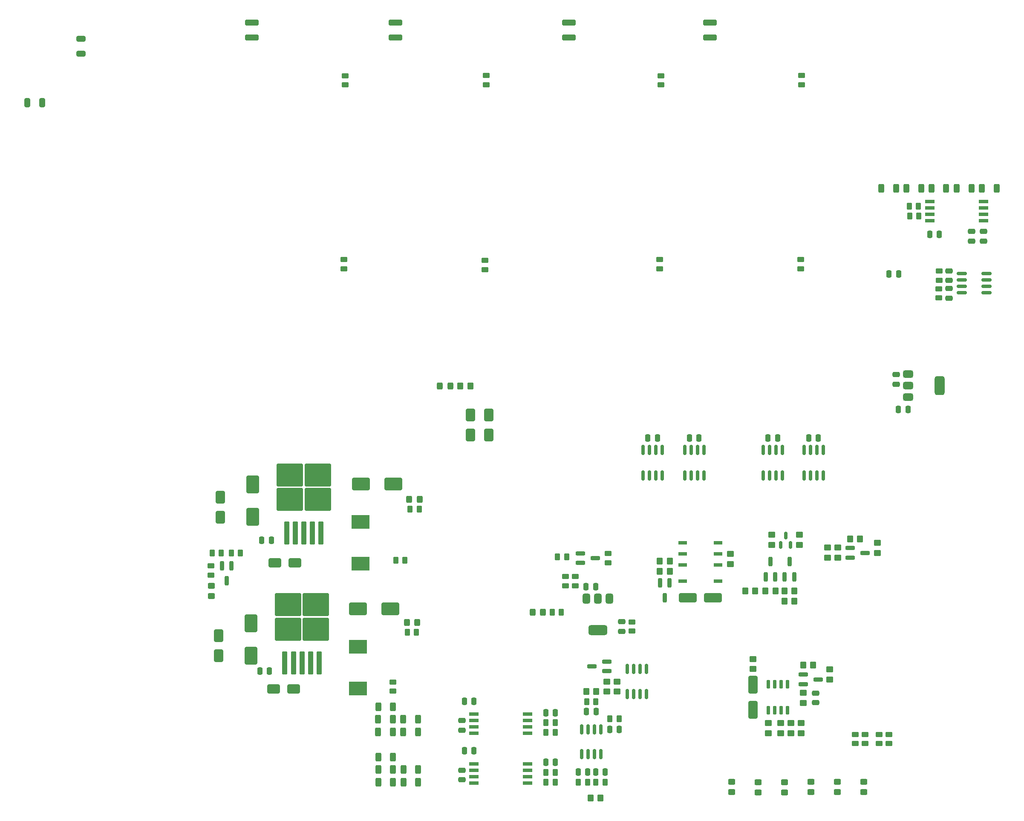
<source format=gtp>
%TF.GenerationSoftware,KiCad,Pcbnew,9.0.2*%
%TF.CreationDate,2025-12-27T14:45:28+07:00*%
%TF.ProjectId,Controller48V,436f6e74-726f-46c6-9c65-723438562e6b,rev?*%
%TF.SameCoordinates,Original*%
%TF.FileFunction,Paste,Top*%
%TF.FilePolarity,Positive*%
%FSLAX46Y46*%
G04 Gerber Fmt 4.6, Leading zero omitted, Abs format (unit mm)*
G04 Created by KiCad (PCBNEW 9.0.2) date 2025-12-27 14:45:28*
%MOMM*%
%LPD*%
G01*
G04 APERTURE LIST*
G04 Aperture macros list*
%AMRoundRect*
0 Rectangle with rounded corners*
0 $1 Rounding radius*
0 $2 $3 $4 $5 $6 $7 $8 $9 X,Y pos of 4 corners*
0 Add a 4 corners polygon primitive as box body*
4,1,4,$2,$3,$4,$5,$6,$7,$8,$9,$2,$3,0*
0 Add four circle primitives for the rounded corners*
1,1,$1+$1,$2,$3*
1,1,$1+$1,$4,$5*
1,1,$1+$1,$6,$7*
1,1,$1+$1,$8,$9*
0 Add four rect primitives between the rounded corners*
20,1,$1+$1,$2,$3,$4,$5,0*
20,1,$1+$1,$4,$5,$6,$7,0*
20,1,$1+$1,$6,$7,$8,$9,0*
20,1,$1+$1,$8,$9,$2,$3,0*%
G04 Aperture macros list end*
%ADD10RoundRect,0.250000X0.350000X0.450000X-0.350000X0.450000X-0.350000X-0.450000X0.350000X-0.450000X0*%
%ADD11RoundRect,0.250000X-0.450000X0.350000X-0.450000X-0.350000X0.450000X-0.350000X0.450000X0.350000X0*%
%ADD12RoundRect,0.250000X-0.312500X-0.625000X0.312500X-0.625000X0.312500X0.625000X-0.312500X0.625000X0*%
%ADD13RoundRect,0.250000X1.000000X0.650000X-1.000000X0.650000X-1.000000X-0.650000X1.000000X-0.650000X0*%
%ADD14R,1.905000X0.640000*%
%ADD15RoundRect,0.250000X-0.325000X-0.450000X0.325000X-0.450000X0.325000X0.450000X-0.325000X0.450000X0*%
%ADD16RoundRect,0.250000X0.450000X-0.262500X0.450000X0.262500X-0.450000X0.262500X-0.450000X-0.262500X0*%
%ADD17RoundRect,0.250000X-0.262500X-0.450000X0.262500X-0.450000X0.262500X0.450000X-0.262500X0.450000X0*%
%ADD18RoundRect,0.150000X0.150000X-0.825000X0.150000X0.825000X-0.150000X0.825000X-0.150000X-0.825000X0*%
%ADD19RoundRect,0.250000X0.450000X-0.350000X0.450000X0.350000X-0.450000X0.350000X-0.450000X-0.350000X0*%
%ADD20R,3.600000X2.700000*%
%ADD21RoundRect,0.250000X0.475000X-0.250000X0.475000X0.250000X-0.475000X0.250000X-0.475000X-0.250000X0*%
%ADD22RoundRect,0.250000X-1.500000X-1.000000X1.500000X-1.000000X1.500000X1.000000X-1.500000X1.000000X0*%
%ADD23RoundRect,0.250000X1.500000X0.650000X-1.500000X0.650000X-1.500000X-0.650000X1.500000X-0.650000X0*%
%ADD24RoundRect,0.250000X0.250000X0.475000X-0.250000X0.475000X-0.250000X-0.475000X0.250000X-0.475000X0*%
%ADD25RoundRect,0.200000X-0.750000X-0.200000X0.750000X-0.200000X0.750000X0.200000X-0.750000X0.200000X0*%
%ADD26RoundRect,0.250000X-0.250000X-0.475000X0.250000X-0.475000X0.250000X0.475000X-0.250000X0.475000X0*%
%ADD27R,1.800000X0.800000*%
%ADD28RoundRect,0.250000X0.450000X-0.325000X0.450000X0.325000X-0.450000X0.325000X-0.450000X-0.325000X0*%
%ADD29RoundRect,0.250000X-0.650000X1.000000X-0.650000X-1.000000X0.650000X-1.000000X0.650000X1.000000X0*%
%ADD30RoundRect,0.250000X-0.650000X0.325000X-0.650000X-0.325000X0.650000X-0.325000X0.650000X0.325000X0*%
%ADD31RoundRect,0.250000X-0.475000X0.250000X-0.475000X-0.250000X0.475000X-0.250000X0.475000X0.250000X0*%
%ADD32RoundRect,0.250000X0.262500X0.450000X-0.262500X0.450000X-0.262500X-0.450000X0.262500X-0.450000X0*%
%ADD33RoundRect,0.250000X-0.350000X-0.450000X0.350000X-0.450000X0.350000X0.450000X-0.350000X0.450000X0*%
%ADD34RoundRect,0.250000X-0.450000X0.262500X-0.450000X-0.262500X0.450000X-0.262500X0.450000X0.262500X0*%
%ADD35RoundRect,0.250000X0.650000X-1.500000X0.650000X1.500000X-0.650000X1.500000X-0.650000X-1.500000X0*%
%ADD36RoundRect,0.250000X2.375000X-2.025000X2.375000X2.025000X-2.375000X2.025000X-2.375000X-2.025000X0*%
%ADD37RoundRect,0.250000X0.300000X-2.050000X0.300000X2.050000X-0.300000X2.050000X-0.300000X-2.050000X0*%
%ADD38RoundRect,0.375000X-0.625000X-0.375000X0.625000X-0.375000X0.625000X0.375000X-0.625000X0.375000X0*%
%ADD39RoundRect,0.500000X-0.500000X-1.400000X0.500000X-1.400000X0.500000X1.400000X-0.500000X1.400000X0*%
%ADD40RoundRect,0.162500X0.162500X-0.825000X0.162500X0.825000X-0.162500X0.825000X-0.162500X-0.825000X0*%
%ADD41RoundRect,0.200000X-0.200000X0.750000X-0.200000X-0.750000X0.200000X-0.750000X0.200000X0.750000X0*%
%ADD42RoundRect,0.200000X0.750000X0.200000X-0.750000X0.200000X-0.750000X-0.200000X0.750000X-0.200000X0*%
%ADD43RoundRect,0.200000X0.200000X-0.750000X0.200000X0.750000X-0.200000X0.750000X-0.200000X-0.750000X0*%
%ADD44RoundRect,0.375000X-0.375000X0.625000X-0.375000X-0.625000X0.375000X-0.625000X0.375000X0.625000X0*%
%ADD45RoundRect,0.500000X-1.400000X0.500000X-1.400000X-0.500000X1.400000X-0.500000X1.400000X0.500000X0*%
%ADD46RoundRect,0.250000X1.100000X-0.325000X1.100000X0.325000X-1.100000X0.325000X-1.100000X-0.325000X0*%
%ADD47RoundRect,0.250000X0.312500X0.625000X-0.312500X0.625000X-0.312500X-0.625000X0.312500X-0.625000X0*%
%ADD48RoundRect,0.250000X0.650000X-1.000000X0.650000X1.000000X-0.650000X1.000000X-0.650000X-1.000000X0*%
%ADD49RoundRect,0.250000X1.000000X-1.500000X1.000000X1.500000X-1.000000X1.500000X-1.000000X-1.500000X0*%
%ADD50RoundRect,0.250000X-0.325000X-0.650000X0.325000X-0.650000X0.325000X0.650000X-0.325000X0.650000X0*%
%ADD51RoundRect,0.150000X0.150000X-0.725000X0.150000X0.725000X-0.150000X0.725000X-0.150000X-0.725000X0*%
%ADD52RoundRect,0.150000X0.150000X-0.587500X0.150000X0.587500X-0.150000X0.587500X-0.150000X-0.587500X0*%
%ADD53RoundRect,0.150000X-0.825000X-0.150000X0.825000X-0.150000X0.825000X0.150000X-0.825000X0.150000X0*%
G04 APERTURE END LIST*
D10*
%TO.C,R61*%
X215365929Y-139246915D03*
X213365929Y-139246915D03*
%TD*%
D11*
%TO.C,R66*%
X267073857Y-172631192D03*
X267073857Y-174631192D03*
%TD*%
D12*
%TO.C,R42*%
X202037500Y-208000000D03*
X204962500Y-208000000D03*
%TD*%
D13*
%TO.C,D14*%
X180273857Y-199479922D03*
X176273857Y-199479922D03*
%TD*%
D14*
%TO.C,U18*%
X216070744Y-204482927D03*
X216070744Y-205752927D03*
X216070744Y-207022927D03*
X216070744Y-208292927D03*
X226765744Y-208292927D03*
X226765744Y-207022927D03*
X226765744Y-205752927D03*
X226765744Y-204482927D03*
%TD*%
D15*
%TO.C,D16*%
X202773857Y-186229922D03*
X204823857Y-186229922D03*
%TD*%
D12*
%TO.C,R38*%
X197075000Y-218000000D03*
X200000000Y-218000000D03*
%TD*%
D16*
%TO.C,R18*%
X190283533Y-115947723D03*
X190283533Y-114122723D03*
%TD*%
D17*
%TO.C,R102*%
X236843722Y-217983279D03*
X238668722Y-217983279D03*
%TD*%
D18*
%TO.C,U9*%
X246595000Y-200475000D03*
X247865000Y-200475000D03*
X249135000Y-200475000D03*
X250405000Y-200475000D03*
X250405000Y-195525000D03*
X249135000Y-195525000D03*
X247865000Y-195525000D03*
X246595000Y-195525000D03*
%TD*%
D19*
%TO.C,R62*%
X281073857Y-208278669D03*
X281073857Y-206278669D03*
%TD*%
D16*
%TO.C,R10*%
X281033533Y-115947723D03*
X281033533Y-114122723D03*
%TD*%
D12*
%TO.C,R43*%
X202037500Y-205500000D03*
X204962500Y-205500000D03*
%TD*%
D20*
%TO.C,L1*%
X193550000Y-174575000D03*
X193550000Y-166275000D03*
%TD*%
D12*
%TO.C,R33*%
X197075000Y-203000000D03*
X200000000Y-203000000D03*
%TD*%
D19*
%TO.C,R55*%
X286806883Y-197583469D03*
X286806883Y-195583469D03*
%TD*%
D21*
%TO.C,C59*%
X310475000Y-121815000D03*
X310475000Y-119915000D03*
%TD*%
D14*
%TO.C,U21*%
X317347500Y-106405000D03*
X317347500Y-105135000D03*
X317347500Y-103865000D03*
X317347500Y-102595000D03*
X306652500Y-102595000D03*
X306652500Y-103865000D03*
X306652500Y-105135000D03*
X306652500Y-106405000D03*
%TD*%
D11*
%TO.C,R60*%
X296250000Y-170425000D03*
X296250000Y-172425000D03*
%TD*%
D22*
%TO.C,C28*%
X193023857Y-183579922D03*
X199523857Y-183579922D03*
%TD*%
D23*
%TO.C,D30*%
X263573857Y-181350000D03*
X258573857Y-181350000D03*
%TD*%
D24*
%TO.C,C67*%
X216086187Y-211766366D03*
X214186187Y-211766366D03*
%TD*%
D16*
%TO.C,R24*%
X218283533Y-116147723D03*
X218283533Y-114322723D03*
%TD*%
D25*
%TO.C,Q10*%
X281500000Y-196628669D03*
X281500000Y-198528669D03*
X284500000Y-197578669D03*
%TD*%
D26*
%TO.C,C69*%
X236801962Y-215983278D03*
X238701962Y-215983278D03*
%TD*%
D27*
%TO.C,K3*%
X264573857Y-178050000D03*
X264573857Y-174850000D03*
X264573857Y-172650000D03*
X264573857Y-170450000D03*
X257573857Y-170450000D03*
X257573857Y-172650000D03*
X257573857Y-174850000D03*
X257573857Y-178050000D03*
%TD*%
D16*
%TO.C,R30*%
X247500000Y-187962500D03*
X247500000Y-186137500D03*
%TD*%
D28*
%TO.C,D18*%
X267323857Y-219975000D03*
X267323857Y-217925000D03*
%TD*%
D29*
%TO.C,D24*%
X219000000Y-145000000D03*
X219000000Y-149000000D03*
%TD*%
D30*
%TO.C,C25*%
X138014344Y-70309828D03*
X138014344Y-73259828D03*
%TD*%
D25*
%TO.C,Q17*%
X237250000Y-172550000D03*
X237250000Y-174450000D03*
X240250000Y-173500000D03*
%TD*%
D31*
%TO.C,C55*%
X315000000Y-108550000D03*
X315000000Y-110450000D03*
%TD*%
D19*
%TO.C,R53*%
X271573857Y-195528669D03*
X271573857Y-193528669D03*
%TD*%
D32*
%TO.C,R36*%
X169705459Y-172500000D03*
X167880459Y-172500000D03*
%TD*%
D31*
%TO.C,C35*%
X245500000Y-186100000D03*
X245500000Y-188000000D03*
%TD*%
D33*
%TO.C,R64*%
X253000000Y-174034861D03*
X255000000Y-174034861D03*
%TD*%
D26*
%TO.C,C14*%
X274540000Y-149597780D03*
X276440000Y-149597780D03*
%TD*%
D34*
%TO.C,R79*%
X293823857Y-208500000D03*
X293823857Y-210325000D03*
%TD*%
D31*
%TO.C,C56*%
X317344152Y-108558393D03*
X317344152Y-110458393D03*
%TD*%
D16*
%TO.C,R52*%
X236250000Y-178961889D03*
X236250000Y-177136889D03*
%TD*%
D12*
%TO.C,R9*%
X312037500Y-100000000D03*
X314962500Y-100000000D03*
%TD*%
D32*
%TO.C,R99*%
X232241839Y-216053682D03*
X230416839Y-216053682D03*
%TD*%
D35*
%TO.C,D26*%
X271573857Y-203603669D03*
X271573857Y-198603669D03*
%TD*%
D28*
%TO.C,D25*%
X293573857Y-219975000D03*
X293573857Y-217925000D03*
%TD*%
D15*
%TO.C,D15*%
X203235000Y-161775000D03*
X205285000Y-161775000D03*
%TD*%
D32*
%TO.C,R100*%
X232241839Y-218016743D03*
X230416839Y-218016743D03*
%TD*%
D36*
%TO.C,U4*%
X179525000Y-161775000D03*
X185075000Y-161775000D03*
X179525000Y-156925000D03*
X185075000Y-156925000D03*
D37*
X178900000Y-168500000D03*
X180600000Y-168500000D03*
X182300000Y-168500000D03*
X184000000Y-168500000D03*
X185700000Y-168500000D03*
%TD*%
D38*
%TO.C,U3*%
X302350000Y-136908841D03*
X302350000Y-139208841D03*
D39*
X308650000Y-139208841D03*
D38*
X302350000Y-141508841D03*
%TD*%
D22*
%TO.C,C27*%
X193600000Y-158775000D03*
X200100000Y-158775000D03*
%TD*%
D32*
%TO.C,R50*%
X234500000Y-173237371D03*
X232675000Y-173237371D03*
%TD*%
D28*
%TO.C,D20*%
X163884509Y-181025000D03*
X163884509Y-178975000D03*
%TD*%
D24*
%TO.C,C70*%
X242158823Y-215982667D03*
X240258823Y-215982667D03*
%TD*%
D28*
%TO.C,D29*%
X277823857Y-220025000D03*
X277823857Y-217975000D03*
%TD*%
D32*
%TO.C,R95*%
X232242085Y-208121877D03*
X230417085Y-208121877D03*
%TD*%
D12*
%TO.C,R40*%
X202075000Y-218000000D03*
X205000000Y-218000000D03*
%TD*%
D40*
%TO.C,U2*%
X249687099Y-157037500D03*
X250957099Y-157037500D03*
X252227099Y-157037500D03*
X253497099Y-157037500D03*
X253497099Y-151962500D03*
X252227099Y-151962500D03*
X250957099Y-151962500D03*
X249687099Y-151962500D03*
%TD*%
D34*
%TO.C,R76*%
X296573857Y-208500000D03*
X296573857Y-210325000D03*
%TD*%
D33*
%TO.C,R59*%
X290823857Y-169625000D03*
X292823857Y-169625000D03*
%TD*%
D12*
%TO.C,R1*%
X297037500Y-100000000D03*
X299962500Y-100000000D03*
%TD*%
D17*
%TO.C,R28*%
X202861357Y-188201253D03*
X204686357Y-188201253D03*
%TD*%
D18*
%TO.C,U25*%
X237500000Y-212450000D03*
X238770000Y-212450000D03*
X240040000Y-212450000D03*
X241310000Y-212450000D03*
X241310000Y-207500000D03*
X240040000Y-207500000D03*
X238770000Y-207500000D03*
X237500000Y-207500000D03*
%TD*%
D16*
%TO.C,R8*%
X281217482Y-79387891D03*
X281217482Y-77562891D03*
%TD*%
D33*
%TO.C,R46*%
X238416337Y-200000000D03*
X240416337Y-200000000D03*
%TD*%
D26*
%TO.C,C15*%
X282630000Y-149597780D03*
X284530000Y-149597780D03*
%TD*%
D32*
%TO.C,R96*%
X244920768Y-205421424D03*
X243095768Y-205421424D03*
%TD*%
D26*
%TO.C,C13*%
X250635000Y-149597780D03*
X252535000Y-149597780D03*
%TD*%
D41*
%TO.C,Q9*%
X167900964Y-175000000D03*
X166000964Y-175000000D03*
X166950964Y-178000000D03*
%TD*%
D15*
%TO.C,D27*%
X209340929Y-139246915D03*
X211390929Y-139246915D03*
%TD*%
D19*
%TO.C,R57*%
X288373857Y-173375000D03*
X288373857Y-171375000D03*
%TD*%
D42*
%TO.C,Q16*%
X242500000Y-195950000D03*
X242500000Y-194050000D03*
X239500000Y-195000000D03*
%TD*%
D19*
%TO.C,R74*%
X280723857Y-170857500D03*
X280723857Y-168857500D03*
%TD*%
D16*
%TO.C,R26*%
X200023857Y-199904922D03*
X200023857Y-198079922D03*
%TD*%
%TO.C,R80*%
X291823857Y-210325000D03*
X291823857Y-208500000D03*
%TD*%
D43*
%TO.C,Q14*%
X277825000Y-177175000D03*
X279725000Y-177175000D03*
X278775000Y-174175000D03*
%TD*%
D44*
%TO.C,U6*%
X243000000Y-181500000D03*
X240700000Y-181500000D03*
D45*
X240700000Y-187800000D03*
D44*
X238400000Y-181500000D03*
%TD*%
D16*
%TO.C,R44*%
X163872892Y-176854665D03*
X163872892Y-175029665D03*
%TD*%
%TO.C,R2*%
X253217482Y-79437891D03*
X253217482Y-77612891D03*
%TD*%
D31*
%TO.C,C51*%
X213700967Y-205757734D03*
X213700967Y-207657734D03*
%TD*%
D46*
%TO.C,C3*%
X200500000Y-69975000D03*
X200500000Y-67025000D03*
%TD*%
D24*
%TO.C,C34*%
X240254127Y-179153346D03*
X238354127Y-179153346D03*
%TD*%
D40*
%TO.C,U10*%
X257967099Y-157037500D03*
X259237099Y-157037500D03*
X260507099Y-157037500D03*
X261777099Y-157037500D03*
X261777099Y-151962500D03*
X260507099Y-151962500D03*
X259237099Y-151962500D03*
X257967099Y-151962500D03*
%TD*%
D31*
%TO.C,C66*%
X213697500Y-215644203D03*
X213697500Y-217544203D03*
%TD*%
D10*
%TO.C,R70*%
X272000000Y-180000000D03*
X270000000Y-180000000D03*
%TD*%
D20*
%TO.C,L2*%
X193023857Y-199379922D03*
X193023857Y-191079922D03*
%TD*%
D31*
%TO.C,C17*%
X300000000Y-137008841D03*
X300000000Y-138908841D03*
%TD*%
D46*
%TO.C,C10*%
X263000000Y-69975000D03*
X263000000Y-67025000D03*
%TD*%
D11*
%TO.C,R72*%
X275223857Y-168857500D03*
X275223857Y-170857500D03*
%TD*%
D10*
%TO.C,R69*%
X279773857Y-180000000D03*
X277773857Y-180000000D03*
%TD*%
D11*
%TO.C,R73*%
X274573857Y-206278669D03*
X274573857Y-208278669D03*
%TD*%
D12*
%TO.C,R7*%
X307000000Y-100000000D03*
X309925000Y-100000000D03*
%TD*%
D47*
%TO.C,R15*%
X319962500Y-100000000D03*
X317037500Y-100000000D03*
%TD*%
D24*
%TO.C,C68*%
X232279339Y-214064250D03*
X230379339Y-214064250D03*
%TD*%
D17*
%TO.C,R37*%
X164087500Y-172500000D03*
X165912500Y-172500000D03*
%TD*%
D48*
%TO.C,D12*%
X165323857Y-192904998D03*
X165323857Y-188904998D03*
%TD*%
D26*
%TO.C,C73*%
X238462500Y-203986009D03*
X240362500Y-203986009D03*
%TD*%
D24*
%TO.C,C57*%
X308549536Y-109135000D03*
X306649536Y-109135000D03*
%TD*%
D33*
%TO.C,R71*%
X277773857Y-182000000D03*
X279773857Y-182000000D03*
%TD*%
D17*
%TO.C,R97*%
X238500000Y-202000000D03*
X240325000Y-202000000D03*
%TD*%
D16*
%TO.C,R16*%
X218500000Y-79391169D03*
X218500000Y-77566169D03*
%TD*%
D19*
%TO.C,R65*%
X277073857Y-208278669D03*
X277073857Y-206278669D03*
%TD*%
D24*
%TO.C,C45*%
X300450000Y-117000000D03*
X298550000Y-117000000D03*
%TD*%
D12*
%TO.C,R39*%
X197037500Y-208000000D03*
X199962500Y-208000000D03*
%TD*%
D33*
%TO.C,R67*%
X253000000Y-176129561D03*
X255000000Y-176129561D03*
%TD*%
D40*
%TO.C,U12*%
X273585000Y-157037500D03*
X274855000Y-157037500D03*
X276125000Y-157037500D03*
X277395000Y-157037500D03*
X277395000Y-151962500D03*
X276125000Y-151962500D03*
X274855000Y-151962500D03*
X273585000Y-151962500D03*
%TD*%
D31*
%TO.C,C58*%
X310475000Y-116415000D03*
X310475000Y-118315000D03*
%TD*%
D48*
%TO.C,D11*%
X165670969Y-165333753D03*
X165670969Y-161333753D03*
%TD*%
D16*
%TO.C,R87*%
X308475000Y-121777500D03*
X308475000Y-119952500D03*
%TD*%
D24*
%TO.C,C24*%
X175473857Y-195904922D03*
X173573857Y-195904922D03*
%TD*%
D16*
%TO.C,R51*%
X234259788Y-178954646D03*
X234259788Y-177129646D03*
%TD*%
D49*
%TO.C,C22*%
X171773857Y-192904922D03*
X171773857Y-186404922D03*
%TD*%
D24*
%TO.C,C71*%
X232283176Y-204175567D03*
X230383176Y-204175567D03*
%TD*%
D19*
%TO.C,R56*%
X286373857Y-173375000D03*
X286373857Y-171375000D03*
%TD*%
D50*
%TO.C,C26*%
X127348857Y-83000000D03*
X130298857Y-83000000D03*
%TD*%
D40*
%TO.C,U7*%
X281675000Y-157037500D03*
X282945000Y-157037500D03*
X284215000Y-157037500D03*
X285485000Y-157037500D03*
X285485000Y-151962500D03*
X284215000Y-151962500D03*
X282945000Y-151962500D03*
X281675000Y-151962500D03*
%TD*%
D31*
%TO.C,C40*%
X284000000Y-200300000D03*
X284000000Y-202200000D03*
%TD*%
D34*
%TO.C,R23*%
X308525000Y-116452500D03*
X308525000Y-118277500D03*
%TD*%
D12*
%TO.C,R41*%
X202075000Y-215500000D03*
X205000000Y-215500000D03*
%TD*%
D16*
%TO.C,R4*%
X253033533Y-115947723D03*
X253033533Y-114122723D03*
%TD*%
D29*
%TO.C,D23*%
X215361621Y-144996476D03*
X215361621Y-148996476D03*
%TD*%
D12*
%TO.C,R3*%
X302037500Y-100000000D03*
X304962500Y-100000000D03*
%TD*%
D51*
%TO.C,U14*%
X274573857Y-203678669D03*
X275843857Y-203678669D03*
X277113857Y-203678669D03*
X278383857Y-203678669D03*
X278383857Y-198528669D03*
X277113857Y-198528669D03*
X275843857Y-198528669D03*
X274573857Y-198528669D03*
%TD*%
D14*
%TO.C,U24*%
X216072073Y-214361366D03*
X216072073Y-215631366D03*
X216072073Y-216901366D03*
X216072073Y-218171366D03*
X226767073Y-218171366D03*
X226767073Y-216901366D03*
X226767073Y-215631366D03*
X226767073Y-214361366D03*
%TD*%
D32*
%TO.C,R101*%
X242114963Y-217983279D03*
X240289963Y-217983279D03*
%TD*%
D28*
%TO.C,D31*%
X283073857Y-219975000D03*
X283073857Y-217925000D03*
%TD*%
D32*
%TO.C,R29*%
X233447102Y-184237030D03*
X231622102Y-184237030D03*
%TD*%
D33*
%TO.C,R45*%
X239252463Y-221130745D03*
X241252463Y-221130745D03*
%TD*%
D28*
%TO.C,D22*%
X272573857Y-220025000D03*
X272573857Y-217975000D03*
%TD*%
D46*
%TO.C,C6*%
X235000000Y-69975000D03*
X235000000Y-67025000D03*
%TD*%
D52*
%TO.C,Q15*%
X277073857Y-170875000D03*
X278973857Y-170875000D03*
X278023857Y-169000000D03*
%TD*%
D16*
%TO.C,R75*%
X298573857Y-210325000D03*
X298573857Y-208500000D03*
%TD*%
D32*
%TO.C,R25*%
X202375000Y-173925000D03*
X200550000Y-173925000D03*
%TD*%
D17*
%TO.C,R27*%
X203387500Y-163730000D03*
X205212500Y-163730000D03*
%TD*%
D46*
%TO.C,C7*%
X172000000Y-69975000D03*
X172000000Y-67025000D03*
%TD*%
D41*
%TO.C,Q12*%
X254950000Y-178379561D03*
X253050000Y-178379561D03*
X254000000Y-181379561D03*
%TD*%
D53*
%TO.C,U20*%
X313000000Y-116960000D03*
X313000000Y-118230000D03*
X313000000Y-119500000D03*
X313000000Y-120770000D03*
X317950000Y-120770000D03*
X317950000Y-119500000D03*
X317950000Y-118230000D03*
X317950000Y-116960000D03*
%TD*%
D24*
%TO.C,C52*%
X216078926Y-201884841D03*
X214178926Y-201884841D03*
%TD*%
D33*
%TO.C,R54*%
X281500000Y-194750000D03*
X283500000Y-194750000D03*
%TD*%
D25*
%TO.C,Q11*%
X290823857Y-171475000D03*
X290823857Y-173375000D03*
X293823857Y-172425000D03*
%TD*%
D11*
%TO.C,R104*%
X242500000Y-198000000D03*
X242500000Y-200000000D03*
%TD*%
D10*
%TO.C,R68*%
X276023857Y-180000000D03*
X274023857Y-180000000D03*
%TD*%
D36*
%TO.C,U5*%
X179148857Y-187579922D03*
X184698857Y-187579922D03*
X179148857Y-182729922D03*
X184698857Y-182729922D03*
D37*
X178523857Y-194304922D03*
X180223857Y-194304922D03*
X181923857Y-194304922D03*
X183623857Y-194304922D03*
X185323857Y-194304922D03*
%TD*%
D28*
%TO.C,D28*%
X288323857Y-219975000D03*
X288323857Y-217925000D03*
%TD*%
D17*
%TO.C,R21*%
X302587500Y-103500000D03*
X304412500Y-103500000D03*
%TD*%
D16*
%TO.C,R22*%
X190500000Y-79441169D03*
X190500000Y-77616169D03*
%TD*%
D24*
%TO.C,C72*%
X244958268Y-207506978D03*
X243058268Y-207506978D03*
%TD*%
D34*
%TO.C,R47*%
X242750000Y-172587500D03*
X242750000Y-174412500D03*
%TD*%
D49*
%TO.C,C21*%
X172100000Y-165300000D03*
X172100000Y-158800000D03*
%TD*%
D47*
%TO.C,R35*%
X199962500Y-205500000D03*
X197037500Y-205500000D03*
%TD*%
D19*
%TO.C,R103*%
X244500000Y-200000000D03*
X244500000Y-198000000D03*
%TD*%
D13*
%TO.C,D13*%
X180550000Y-174425000D03*
X176550000Y-174425000D03*
%TD*%
D11*
%TO.C,R63*%
X279073857Y-206278669D03*
X279073857Y-208278669D03*
%TD*%
D26*
%TO.C,C18*%
X258915000Y-149597780D03*
X260815000Y-149597780D03*
%TD*%
D19*
%TO.C,R58*%
X281508033Y-202250000D03*
X281508033Y-200250000D03*
%TD*%
D17*
%TO.C,R17*%
X302675000Y-105500000D03*
X304500000Y-105500000D03*
%TD*%
D43*
%TO.C,Q13*%
X274050000Y-177175000D03*
X275950000Y-177175000D03*
X275000000Y-174175000D03*
%TD*%
D32*
%TO.C,R94*%
X232245676Y-206164815D03*
X230420676Y-206164815D03*
%TD*%
D26*
%TO.C,C16*%
X300446593Y-143958840D03*
X302346593Y-143958840D03*
%TD*%
D15*
%TO.C,D17*%
X227759602Y-184197030D03*
X229809602Y-184197030D03*
%TD*%
D24*
%TO.C,C23*%
X175850000Y-169925000D03*
X173950000Y-169925000D03*
%TD*%
D12*
%TO.C,R32*%
X197075000Y-213000000D03*
X200000000Y-213000000D03*
%TD*%
D47*
%TO.C,R34*%
X200000000Y-215500000D03*
X197075000Y-215500000D03*
%TD*%
M02*

</source>
